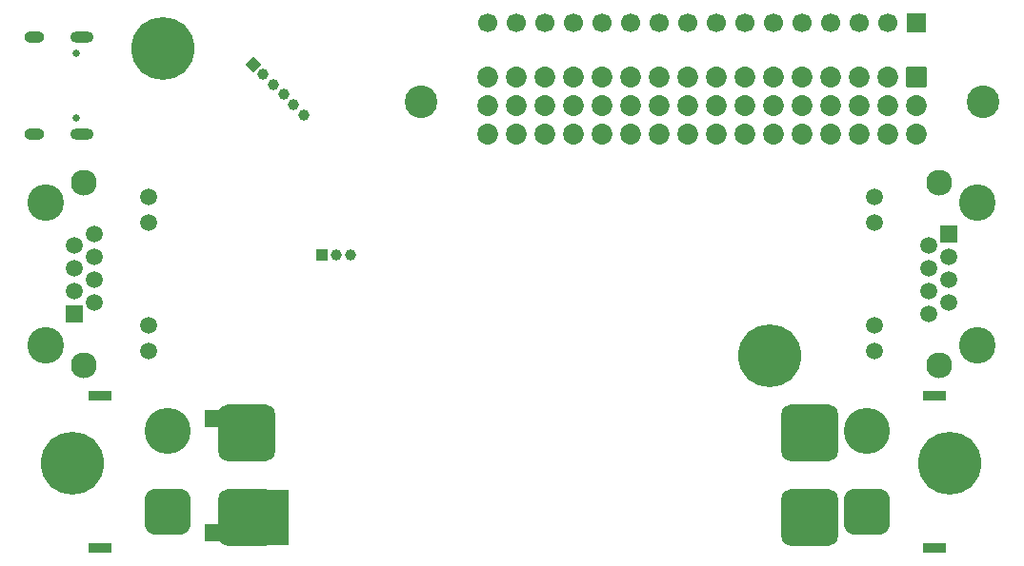
<source format=gbr>
%TF.GenerationSoftware,KiCad,Pcbnew,9.0.3*%
%TF.CreationDate,2025-09-28T17:56:07+02:00*%
%TF.ProjectId,MMS2,4d4d5332-2e6b-4696-9361-645f70636258,rev?*%
%TF.SameCoordinates,Original*%
%TF.FileFunction,Soldermask,Bot*%
%TF.FilePolarity,Negative*%
%FSLAX46Y46*%
G04 Gerber Fmt 4.6, Leading zero omitted, Abs format (unit mm)*
G04 Created by KiCad (PCBNEW 9.0.3) date 2025-09-28 17:56:07*
%MOMM*%
%LPD*%
G01*
G04 APERTURE LIST*
G04 Aperture macros list*
%AMRoundRect*
0 Rectangle with rounded corners*
0 $1 Rounding radius*
0 $2 $3 $4 $5 $6 $7 $8 $9 X,Y pos of 4 corners*
0 Add a 4 corners polygon primitive as box body*
4,1,4,$2,$3,$4,$5,$6,$7,$8,$9,$2,$3,0*
0 Add four circle primitives for the rounded corners*
1,1,$1+$1,$2,$3*
1,1,$1+$1,$4,$5*
1,1,$1+$1,$6,$7*
1,1,$1+$1,$8,$9*
0 Add four rect primitives between the rounded corners*
20,1,$1+$1,$2,$3,$4,$5,0*
20,1,$1+$1,$4,$5,$6,$7,0*
20,1,$1+$1,$6,$7,$8,$9,0*
20,1,$1+$1,$8,$9,$2,$3,0*%
%AMRotRect*
0 Rectangle, with rotation*
0 The origin of the aperture is its center*
0 $1 length*
0 $2 width*
0 $3 Rotation angle, in degrees counterclockwise*
0 Add horizontal line*
21,1,$1,$2,0,0,$3*%
G04 Aperture macros list end*
%ADD10C,1.854000*%
%ADD11RoundRect,0.102000X-0.825000X-0.825000X0.825000X-0.825000X0.825000X0.825000X-0.825000X0.825000X0*%
%ADD12C,2.900000*%
%ADD13C,4.100000*%
%ADD14RoundRect,1.025000X1.025000X-1.025000X1.025000X1.025000X-1.025000X1.025000X-1.025000X-1.025000X0*%
%ADD15R,2.000000X0.900000*%
%ADD16C,1.700000*%
%ADD17R,1.700000X1.700000*%
%ADD18RoundRect,1.025000X-1.025000X1.025000X-1.025000X-1.025000X1.025000X-1.025000X1.025000X1.025000X0*%
%ADD19C,2.300000*%
%ADD20C,1.500000*%
%ADD21R,1.500000X1.500000*%
%ADD22C,3.250000*%
%ADD23O,1.800000X1.000000*%
%ADD24O,2.100000X1.000000*%
%ADD25C,0.650000*%
%ADD26C,5.600000*%
%ADD27RoundRect,0.750000X1.750000X1.750000X-1.750000X1.750000X-1.750000X-1.750000X1.750000X-1.750000X0*%
%ADD28R,1.000000X1.000000*%
%ADD29C,1.000000*%
%ADD30RotRect,1.000000X1.000000X225.000000*%
%ADD31R,1.150000X5.000000*%
G04 APERTURE END LIST*
D10*
%TO.C,J1*%
X122900000Y-99680000D03*
X125440000Y-99680000D03*
X127980000Y-99680000D03*
X130520000Y-99680000D03*
X133060000Y-99680000D03*
X135600000Y-99680000D03*
X138140000Y-99680000D03*
X140680000Y-99680000D03*
X143220000Y-99680000D03*
X145760000Y-99680000D03*
X148300000Y-99680000D03*
X150840000Y-99680000D03*
X153380000Y-99680000D03*
X155920000Y-99680000D03*
X158460000Y-99680000D03*
X161000000Y-99680000D03*
X122900000Y-97140000D03*
X125440000Y-97140000D03*
X127980000Y-97140000D03*
X130520000Y-97140000D03*
X133060000Y-97140000D03*
X135600000Y-97140000D03*
X138140000Y-97140000D03*
X140680000Y-97140000D03*
X143220000Y-97140000D03*
X145760000Y-97140000D03*
X148300000Y-97140000D03*
X150840000Y-97140000D03*
X153380000Y-97140000D03*
X155920000Y-97140000D03*
X158460000Y-97140000D03*
X161000000Y-97140000D03*
X122900000Y-94600000D03*
X125440000Y-94600000D03*
X127980000Y-94600000D03*
X130520000Y-94600000D03*
X133060000Y-94600000D03*
X135600000Y-94600000D03*
X138140000Y-94600000D03*
X140680000Y-94600000D03*
X143220000Y-94600000D03*
X145760000Y-94600000D03*
X148300000Y-94600000D03*
X150840000Y-94600000D03*
X153380000Y-94600000D03*
X155920000Y-94600000D03*
X158460000Y-94600000D03*
D11*
X161000000Y-94600000D03*
D12*
X166950000Y-96840000D03*
X116950000Y-96840000D03*
%TD*%
D13*
%TO.C,J2*%
X94475000Y-126150000D03*
D14*
X94475000Y-133350000D03*
D15*
X88475000Y-123000000D03*
X88475000Y-136500000D03*
%TD*%
D16*
%TO.C,J4*%
X122900000Y-89800000D03*
X125440000Y-89800000D03*
X127980000Y-89800000D03*
X130520000Y-89800000D03*
X133060000Y-89800000D03*
X135600000Y-89800000D03*
X138140000Y-89800000D03*
X140680000Y-89800000D03*
X143220000Y-89800000D03*
X145760000Y-89800000D03*
X148300000Y-89800000D03*
X150840000Y-89800000D03*
X153380000Y-89800000D03*
X155920000Y-89800000D03*
X158460000Y-89800000D03*
D17*
X161000000Y-89800000D03*
%TD*%
D13*
%TO.C,J7*%
X156600000Y-126150000D03*
D18*
X156600000Y-133350000D03*
D15*
X162600000Y-136500000D03*
X162600000Y-123000000D03*
%TD*%
D19*
%TO.C,J8*%
X87010000Y-104000000D03*
X87010000Y-120260000D03*
D20*
X92720000Y-105270000D03*
X92720000Y-107560000D03*
X92720000Y-116700000D03*
X92720000Y-118990000D03*
X87900000Y-108578000D03*
X86120000Y-109594000D03*
X87900000Y-110610000D03*
X86120000Y-111626000D03*
X87900000Y-112642000D03*
X86120000Y-113658000D03*
X87900000Y-114674000D03*
D21*
X86120000Y-115690000D03*
D22*
X83580000Y-105780000D03*
X83580000Y-118480000D03*
%TD*%
D19*
%TO.C,J9*%
X163000000Y-120260000D03*
X163000000Y-104000000D03*
D20*
X157290000Y-118990000D03*
X157290000Y-116700000D03*
X157290000Y-107560000D03*
X157290000Y-105270000D03*
X162110000Y-115682000D03*
X163890000Y-114666000D03*
X162110000Y-113650000D03*
X163890000Y-112634000D03*
X162110000Y-111618000D03*
X163890000Y-110602000D03*
X162110000Y-109586000D03*
D21*
X163890000Y-108570000D03*
D22*
X166430000Y-118480000D03*
X166430000Y-105780000D03*
%TD*%
D23*
%TO.C,J800*%
X82620000Y-99740000D03*
D24*
X86800000Y-99740000D03*
D23*
X82620000Y-91100000D03*
D24*
X86800000Y-91100000D03*
D25*
X86300000Y-98310000D03*
X86300000Y-92530000D03*
%TD*%
D21*
%TO.C,CAP+1*%
X98500000Y-125000000D03*
%TD*%
D26*
%TO.C,H1*%
X148000000Y-119400000D03*
%TD*%
%TO.C,H2*%
X94000000Y-92100000D03*
%TD*%
D21*
%TO.C,CAP-1*%
X98500000Y-135200000D03*
%TD*%
D26*
%TO.C,H3*%
X164000000Y-129000000D03*
%TD*%
%TO.C,H4*%
X86000000Y-129000000D03*
%TD*%
D27*
%TO.C,BAR1*%
X151500000Y-126300000D03*
X101500000Y-126300000D03*
%TD*%
D28*
%TO.C,J5*%
X108130000Y-110500000D03*
D29*
X109400000Y-110500000D03*
X110670000Y-110500000D03*
%TD*%
D30*
%TO.C,J3*%
X102050936Y-93494824D03*
D29*
X102948962Y-94392850D03*
X103846987Y-95290875D03*
X104745013Y-96188901D03*
X105643038Y-97086926D03*
X106541064Y-97984952D03*
%TD*%
D31*
%TO.C,NT2*%
X103550000Y-133825000D03*
X104625000Y-133825000D03*
%TD*%
D27*
%TO.C,BAR2*%
X151500000Y-133800000D03*
X101500000Y-133800000D03*
%TD*%
M02*

</source>
